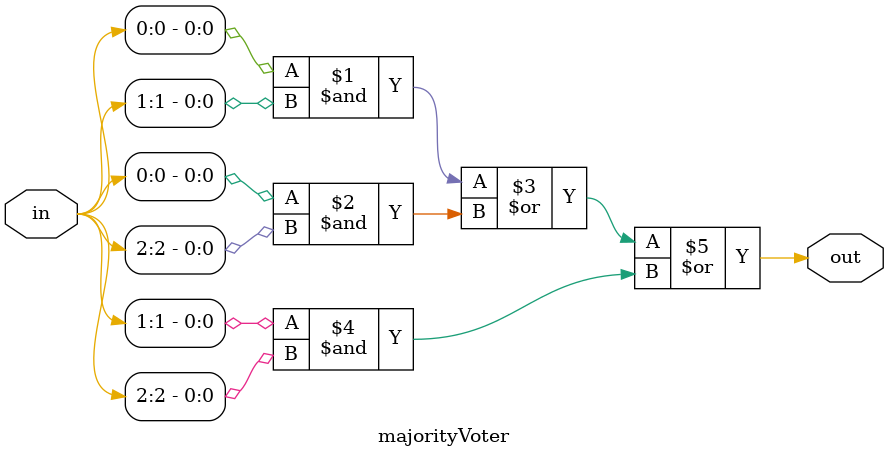
<source format=v>
module majorityVoter #(
  parameter WIDTH = 1
)( 
  input wire  [3*WIDTH-1:0] in,
  output wire [WIDTH-1:0]   out
);
  assign out = (in[0 +: WIDTH]&in[1*WIDTH +: WIDTH]) | (in[0 +: WIDTH]&in[2*WIDTH +: WIDTH]) | (in[1*WIDTH +: WIDTH]&in[2*WIDTH +: WIDTH]);
  // always @(in[0 +: WIDTH] or in[1*WIDTH +: WIDTH] or in[2*WIDTH +: WIDTH]) begin
    // if (in[0 +: WIDTH]!=in[1*WIDTH +: WIDTH] || in[0 +: WIDTH]!=in[2*WIDTH +: WIDTH] || in[1*WIDTH +: WIDTH]!=in[2*WIDTH +: WIDTH])
    //   tmrErr = 1;
    // else
    //   tmrErr = 0;
  // end
endmodule


</source>
